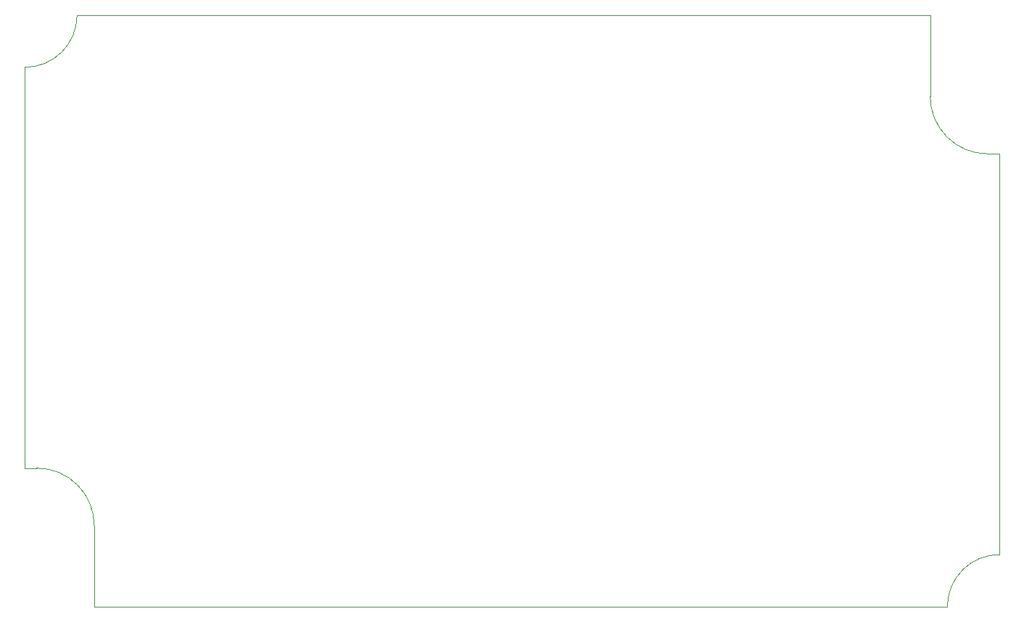
<source format=gko>
G04 Layer_Color=16711935*
%FSLAX44Y44*%
%MOMM*%
G71*
G01*
G75*
%ADD63C,0.1000*%
D63*
X11665559Y2170234D02*
G03*
X11604558Y2109234I0J-61000D01*
G01*
X11584558Y2705234D02*
G03*
X11651559Y2638234I67000J0D01*
G01*
X10527559Y2739234D02*
G03*
X10588558Y2800234I0J61000D01*
G01*
X10608558Y2204234D02*
G03*
X10541559Y2271234I-67000J0D01*
G01*
X10608558Y2109234D02*
X11604558D01*
X11665559Y2170234D02*
Y2638234D01*
X10588558Y2800234D02*
X11584558D01*
Y2705234D02*
Y2800234D01*
X11651559Y2638234D02*
X11665559D01*
X10527559Y2271234D02*
Y2739234D01*
X10608558Y2109234D02*
Y2204234D01*
X10527559Y2271234D02*
X10541559D01*
M02*

</source>
